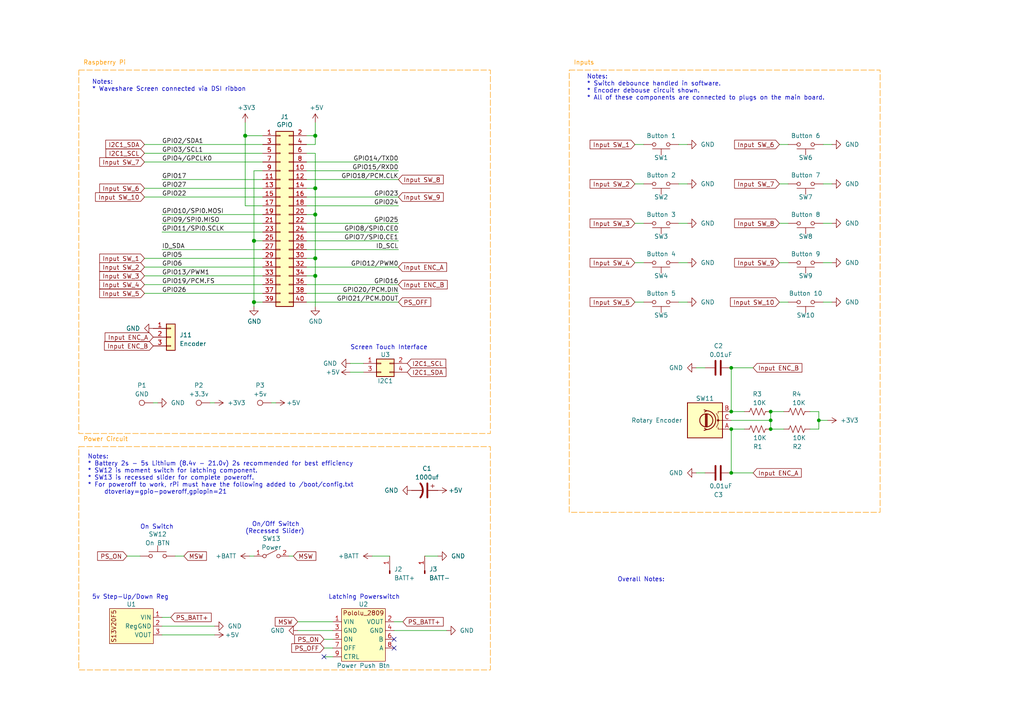
<source format=kicad_sch>
(kicad_sch (version 20230121) (generator eeschema)
  (paper "A4")
  (title_block (title "IMAC Judge Wiring Diagram") (date "2023-05-31"))
  (lib_symbols
    (symbol "Connector:Conn_01x01_Pin" (pin_names (offset 1.016) hide)
      (property "Reference" "J" (at 0 2.54 0))
      (property "Value" "Conn_01x01_Pin" (at 0 -2.54 0))
      (symbol "Conn_01x01_Pin_1_1"
        (polyline (pts (xy 1.27 0) (xy 0.8636 0)) (stroke (width 0.1524)))
        (rectangle (start 0.8636 0.127) (end 0 -0.127) (stroke (width 0.1524)) (fill (type outline)))
        (pin passive line (at 5.08 0 180) (length 3.81) (name "Pin_1") (number "1"))
      )
    )
    (symbol "Connector:TestPoint" (pin_numbers hide) (pin_names (offset 0.762) hide)
      (property "Reference" "TP" (at 0 6.858 0))
      (property "Value" "TestPoint" (at 0 5.08 0))
      (symbol "TestPoint_0_1"
        (circle (center 0 3.302) (radius 0.762))
      )
      (symbol "TestPoint_1_1"
        (pin passive line (at 0 0 90) (length 2.54) (name "1") (number "1"))
      )
    )
    (symbol "Connector_Generic:Conn_01x03" (pin_names (offset 1.016) hide)
      (property "Reference" "J" (at 0 5.08 0))
      (property "Value" "Conn_01x03" (at 0 -5.08 0))
      (symbol "Conn_01x03_1_1"
        (rectangle (start -1.27 -2.413) (end 0 -2.667) (stroke (width 0.1524)))
        (rectangle (start -1.27 0.127) (end 0 -0.127) (stroke (width 0.1524)))
        (rectangle (start -1.27 2.667) (end 0 2.413) (stroke (width 0.1524)))
        (rectangle (start -1.27 3.81) (end 1.27 -3.81) (stroke (width 0.254)) (fill (type background)))
        (pin passive line (at -5.08 2.54 0) (length 3.81) (name "Pin_1") (number "1"))
        (pin passive line (at -5.08 0 0) (length 3.81) (name "Pin_2") (number "2"))
        (pin passive line (at -5.08 -2.54 0) (length 3.81) (name "Pin_3") (number "3"))
      )
    )
    (symbol "Connector_Generic:Conn_02x02_Odd_Even" (pin_names (offset 1.016) hide)
      (property "Reference" "J" (at 1.27 2.54 0))
      (property "Value" "Conn_02x02_Odd_Even" (at 1.27 -5.08 0))
      (symbol "Conn_02x02_Odd_Even_1_1"
        (rectangle (start -1.27 -2.413) (end 0 -2.667) (stroke (width 0.1524)))
        (rectangle (start -1.27 0.127) (end 0 -0.127) (stroke (width 0.1524)))
        (rectangle (start -1.27 1.27) (end 3.81 -3.81) (stroke (width 0.254)) (fill (type background)))
        (rectangle (start 3.81 -2.413) (end 2.54 -2.667) (stroke (width 0.1524)))
        (rectangle (start 3.81 0.127) (end 2.54 -0.127) (stroke (width 0.1524)))
        (pin passive line (at -5.08 0 0) (length 3.81) (name "Pin_1") (number "1"))
        (pin passive line (at 7.62 0 180) (length 3.81) (name "Pin_2") (number "2"))
        (pin passive line (at -5.08 -2.54 0) (length 3.81) (name "Pin_3") (number "3"))
        (pin passive line (at 7.62 -2.54 180) (length 3.81) (name "Pin_4") (number "4"))
      )
    )
    (symbol "Connector_Generic:Conn_02x20_Odd_Even" (pin_names (offset 1.016) hide)
      (property "Reference" "J" (at 1.27 25.4 0))
      (property "Value" "Conn_02x20_Odd_Even" (at 1.27 -27.94 0))
      (symbol "Conn_02x20_Odd_Even_1_1"
        (rectangle (start -1.27 -25.273) (end 0 -25.527) (stroke (width 0.1524)))
        (rectangle (start -1.27 -22.733) (end 0 -22.987) (stroke (width 0.1524)))
        (rectangle (start -1.27 -20.193) (end 0 -20.447) (stroke (width 0.1524)))
        (rectangle (start -1.27 -17.653) (end 0 -17.907) (stroke (width 0.1524)))
        (rectangle (start -1.27 -15.113) (end 0 -15.367) (stroke (width 0.1524)))
        (rectangle (start -1.27 -12.573) (end 0 -12.827) (stroke (width 0.1524)))
        (rectangle (start -1.27 -10.033) (end 0 -10.287) (stroke (width 0.1524)))
        (rectangle (start -1.27 -7.493) (end 0 -7.747) (stroke (width 0.1524)))
        (rectangle (start -1.27 -4.953) (end 0 -5.207) (stroke (width 0.1524)))
        (rectangle (start -1.27 -2.413) (end 0 -2.667) (stroke (width 0.1524)))
        (rectangle (start -1.27 0.127) (end 0 -0.127) (stroke (width 0.1524)))
        (rectangle (start -1.27 2.667) (end 0 2.413) (stroke (width 0.1524)))
        (rectangle (start -1.27 5.207) (end 0 4.953) (stroke (width 0.1524)))
        (rectangle (start -1.27 7.747) (end 0 7.493) (stroke (width 0.1524)))
        (rectangle (start -1.27 10.287) (end 0 10.033) (stroke (width 0.1524)))
        (rectangle (start -1.27 12.827) (end 0 12.573) (stroke (width 0.1524)))
        (rectangle (start -1.27 15.367) (end 0 15.113) (stroke (width 0.1524)))
        (rectangle (start -1.27 17.907) (end 0 17.653) (stroke (width 0.1524)))
        (rectangle (start -1.27 20.447) (end 0 20.193) (stroke (width 0.1524)))
        (rectangle (start -1.27 22.987) (end 0 22.733) (stroke (width 0.1524)))
        (rectangle (start -1.27 24.13) (end 3.81 -26.67) (stroke (width 0.254)) (fill (type background)))
        (rectangle (start 3.81 -25.273) (end 2.54 -25.527) (stroke (width 0.1524)))
        (rectangle (start 3.81 -22.733) (end 2.54 -22.987) (stroke (width 0.1524)))
        (rectangle (start 3.81 -20.193) (end 2.54 -20.447) (stroke (width 0.1524)))
        (rectangle (start 3.81 -17.653) (end 2.54 -17.907) (stroke (width 0.1524)))
        (rectangle (start 3.81 -15.113) (end 2.54 -15.367) (stroke (width 0.1524)))
        (rectangle (start 3.81 -12.573) (end 2.54 -12.827) (stroke (width 0.1524)))
        (rectangle (start 3.81 -10.033) (end 2.54 -10.287) (stroke (width 0.1524)))
        (rectangle (start 3.81 -7.493) (end 2.54 -7.747) (stroke (width 0.1524)))
        (rectangle (start 3.81 -4.953) (end 2.54 -5.207) (stroke (width 0.1524)))
        (rectangle (start 3.81 -2.413) (end 2.54 -2.667) (stroke (width 0.1524)))
        (rectangle (start 3.81 0.127) (end 2.54 -0.127) (stroke (width 0.1524)))
        (rectangle (start 3.81 2.667) (end 2.54 2.413) (stroke (width 0.1524)))
        (rectangle (start 3.81 5.207) (end 2.54 4.953) (stroke (width 0.1524)))
        (rectangle (start 3.81 7.747) (end 2.54 7.493) (stroke (width 0.1524)))
        (rectangle (start 3.81 10.287) (end 2.54 10.033) (stroke (width 0.1524)))
        (rectangle (start 3.81 12.827) (end 2.54 12.573) (stroke (width 0.1524)))
        (rectangle (start 3.81 15.367) (end 2.54 15.113) (stroke (width 0.1524)))
        (rectangle (start 3.81 17.907) (end 2.54 17.653) (stroke (width 0.1524)))
        (rectangle (start 3.81 20.447) (end 2.54 20.193) (stroke (width 0.1524)))
        (rectangle (start 3.81 22.987) (end 2.54 22.733) (stroke (width 0.1524)))
        (pin passive line (at -5.08 22.86 0) (length 3.81) (name "Pin_1") (number "1"))
        (pin passive line (at 7.62 12.7 180) (length 3.81) (name "Pin_10") (number "10"))
        (pin passive line (at -5.08 10.16 0) (length 3.81) (name "Pin_11") (number "11"))
        (pin passive line (at 7.62 10.16 180) (length 3.81) (name "Pin_12") (number "12"))
        (pin passive line (at -5.08 7.62 0) (length 3.81) (name "Pin_13") (number "13"))
        (pin passive line (at 7.62 7.62 180) (length 3.81) (name "Pin_14") (number "14"))
        (pin passive line (at -5.08 5.08 0) (length 3.81) (name "Pin_15") (number "15"))
        (pin passive line (at 7.62 5.08 180) (length 3.81) (name "Pin_16") (number "16"))
        (pin passive line (at -5.08 2.54 0) (length 3.81) (name "Pin_17") (number "17"))
        (pin passive line (at 7.62 2.54 180) (length 3.81) (name "Pin_18") (number "18"))
        (pin passive line (at -5.08 0 0) (length 3.81) (name "Pin_19") (number "19"))
        (pin passive line (at 7.62 22.86 180) (length 3.81) (name "Pin_2") (number "2"))
        (pin passive line (at 7.62 0 180) (length 3.81) (name "Pin_20") (number "20"))
        (pin passive line (at -5.08 -2.54 0) (length 3.81) (name "Pin_21") (number "21"))
        (pin passive line (at 7.62 -2.54 180) (length 3.81) (name "Pin_22") (number "22"))
        (pin passive line (at -5.08 -5.08 0) (length 3.81) (name "Pin_23") (number "23"))
        (pin passive line (at 7.62 -5.08 180) (length 3.81) (name "Pin_24") (number "24"))
        (pin passive line (at -5.08 -7.62 0) (length 3.81) (name "Pin_25") (number "25"))
        (pin passive line (at 7.62 -7.62 180) (length 3.81) (name "Pin_26") (number "26"))
        (pin passive line (at -5.08 -10.16 0) (length 3.81) (name "Pin_27") (number "27"))
        (pin passive line (at 7.62 -10.16 180) (length 3.81) (name "Pin_28") (number "28"))
        (pin passive line (at -5.08 -12.7 0) (length 3.81) (name "Pin_29") (number "29"))
        (pin passive line (at -5.08 20.32 0) (length 3.81) (name "Pin_3") (number "3"))
        (pin passive line (at 7.62 -12.7 180) (length 3.81) (name "Pin_30") (number "30"))
        (pin passive line (at -5.08 -15.24 0) (length 3.81) (name "Pin_31") (number "31"))
        (pin passive line (at 7.62 -15.24 180) (length 3.81) (name "Pin_32") (number "32"))
        (pin passive line (at -5.08 -17.78 0) (length 3.81) (name "Pin_33") (number "33"))
        (pin passive line (at 7.62 -17.78 180) (length 3.81) (name "Pin_34") (number "34"))
        (pin passive line (at -5.08 -20.32 0) (length 3.81) (name "Pin_35") (number "35"))
        (pin passive line (at 7.62 -20.32 180) (length 3.81) (name "Pin_36") (number "36"))
        (pin passive line (at -5.08 -22.86 0) (length 3.81) (name "Pin_37") (number "37"))
        (pin passive line (at 7.62 -22.86 180) (length 3.81) (name "Pin_38") (number "38"))
        (pin passive line (at -5.08 -25.4 0) (length 3.81) (name "Pin_39") (number "39"))
        (pin passive line (at 7.62 20.32 180) (length 3.81) (name "Pin_4") (number "4"))
        (pin passive line (at 7.62 -25.4 180) (length 3.81) (name "Pin_40") (number "40"))
        (pin passive line (at -5.08 17.78 0) (length 3.81) (name "Pin_5") (number "5"))
        (pin passive line (at 7.62 17.78 180) (length 3.81) (name "Pin_6") (number "6"))
        (pin passive line (at -5.08 15.24 0) (length 3.81) (name "Pin_7") (number "7"))
        (pin passive line (at 7.62 15.24 180) (length 3.81) (name "Pin_8") (number "8"))
        (pin passive line (at -5.08 12.7 0) (length 3.81) (name "Pin_9") (number "9"))
      )
    )
    (symbol "Device:C" (pin_numbers hide) (pin_names (offset 0.254))
      (property "Reference" "C" (at 0.635 2.54 0))
      (property "Value" "C" (at 0.635 -2.54 0))
      (symbol "C_0_1"
        (polyline (pts (xy -2.032 -0.762) (xy 2.032 -0.762)) (stroke (width 0.508)))
        (polyline (pts (xy -2.032 0.762) (xy 2.032 0.762)) (stroke (width 0.508)))
      )
      (symbol "C_1_1"
        (pin passive line (at 0 3.81 270) (length 2.794) (name "~") (number "1"))
        (pin passive line (at 0 -3.81 90) (length 2.794) (name "~") (number "2"))
      )
    )
    (symbol "Device:C_Polarized_US" (pin_numbers hide) (pin_names (offset 0.254) hide)
      (property "Reference" "C" (at 0.635 2.54 0))
      (property "Value" "C_Polarized_US" (at 0.635 -2.54 0))
      (symbol "C_Polarized_US_0_1"
        (polyline (pts (xy -2.032 0.762) (xy 2.032 0.762)) (stroke (width 0.508)))
        (polyline (pts (xy -1.778 2.286) (xy -0.762 2.286)))
        (polyline (pts (xy -1.27 1.778) (xy -1.27 2.794)))
        (arc (start 2.032 -1.27) (mid 0 -0.5572) (end -2.032 -1.27) (stroke (width 0.508)))
      )
      (symbol "C_Polarized_US_1_1"
        (pin passive line (at 0 3.81 270) (length 2.794) (name "~") (number "1"))
        (pin passive line (at 0 -3.81 90) (length 3.302) (name "~") (number "2"))
      )
    )
    (symbol "Device:R_US" (pin_numbers hide) (pin_names (offset 0))
      (property "Reference" "R" (at 2.54 0 90))
      (property "Value" "R_US" (at -2.54 0 90))
      (symbol "R_US_0_1"
        (polyline (pts (xy 0 -2.286) (xy 0 -2.54)))
        (polyline (pts (xy 0 2.286) (xy 0 2.54)))
        (polyline (pts (xy 0 -0.762) (xy 1.016 -1.143) (xy 0 -1.524) (xy -1.016 -1.905) (xy 0 -2.286)))
        (polyline (pts (xy 0 0.762) (xy 1.016 0.381) (xy 0 0) (xy -1.016 -0.381) (xy 0 -0.762)))
        (polyline (pts (xy 0 2.286) (xy 1.016 1.905) (xy 0 1.524) (xy -1.016 1.143) (xy 0 0.762)))
      )
      (symbol "R_US_1_1"
        (pin passive line (at 0 3.81 270) (length 1.27) (name "~") (number "1"))
        (pin passive line (at 0 -3.81 90) (length 1.27) (name "~") (number "2"))
      )
    )
    (symbol "Device:RotaryEncoder" (pin_names (offset 0.254) hide)
      (property "Reference" "SW" (at 0 6.604 0))
      (property "Value" "RotaryEncoder" (at 0 -6.604 0))
      (symbol "RotaryEncoder_0_1"
        (rectangle (start -5.08 5.08) (end 5.08 -5.08) (stroke (width 0.254)) (fill (type background)))
        (circle (center -3.81 0) (radius 0.254) (fill (type outline)))
        (circle (center -0.381 0) (radius 1.905) (stroke (width 0.254)))
        (arc (start -0.381 2.667) (mid -3.0988 -0.0635) (end -0.381 -2.794) (stroke (width 0.254)))
        (polyline (pts (xy -0.635 -1.778) (xy -0.635 1.778)) (stroke (width 0.254)))
        (polyline (pts (xy -0.381 -1.778) (xy -0.381 1.778)) (stroke (width 0.254)))
        (polyline (pts (xy -0.127 1.778) (xy -0.127 -1.778)) (stroke (width 0.254)))
        (polyline (pts (xy -5.08 -2.54) (xy -3.81 -2.54) (xy -3.81 -2.032)))
        (polyline (pts (xy -5.08 2.54) (xy -3.81 2.54) (xy -3.81 2.032)))
        (polyline (pts (xy 0.254 -3.048) (xy -0.508 -2.794) (xy 0.127 -2.413)) (stroke (width 0.254)))
        (polyline (pts (xy 0.254 2.921) (xy -0.508 2.667) (xy 0.127 2.286)) (stroke (width 0.254)))
        (polyline (pts (xy -5.08 0) (xy -3.81 0) (xy -3.81 -1.016) (xy -3.302 -2.032)))
        (polyline (pts (xy -4.318 0) (xy -3.81 0) (xy -3.81 1.016) (xy -3.302 2.032)))
      )
      (symbol "RotaryEncoder_1_1"
        (pin passive line (at -7.62 2.54 0) (length 2.54) (name "A") (number "A"))
        (pin passive line (at -7.62 -2.54 0) (length 2.54) (name "B") (number "B"))
        (pin passive line (at -7.62 0 0) (length 2.54) (name "C") (number "C"))
      )
    )
    (symbol "GND_1" (power) (pin_names (offset 0))
      (property "Value" "GND_1" (at 0 -3.81 0))
      (symbol "GND_1_0_1"
        (polyline (pts (xy 0 0) (xy 0 -1.27) (xy 1.27 -1.27) (xy 0 -2.54) (xy -1.27 -1.27) (xy 0 -1.27)))
      )
      (symbol "GND_1_1_1"
        (pin power_in line (at 0 0 270) (length 0) hide (name "GND") (number "1"))
      )
    )
    (symbol "Switch:SW_Push" (pin_numbers hide) (pin_names (offset 1.016) hide)
      (property "Reference" "SW" (at 1.27 2.54 0))
      (property "Value" "SW_Push" (at 0 -1.524 0))
      (symbol "SW_Push_0_1"
        (circle (center -2.032 0) (radius 0.508))
        (polyline (pts (xy 0 1.27) (xy 0 3.048)))
        (polyline (pts (xy 2.54 1.27) (xy -2.54 1.27)))
        (circle (center 2.032 0) (radius 0.508))
        (pin passive line (at -5.08 0 0) (length 2.54) (name "1") (number "1"))
        (pin passive line (at 5.08 0 180) (length 2.54) (name "2") (number "2"))
      )
    )
    (symbol "Switch:SW_SPST" (pin_names (offset 0) hide)
      (property "Reference" "SW" (at 0 3.175 0))
      (property "Value" "SW_SPST" (at 0 -2.54 0))
      (symbol "SW_SPST_0_0"
        (circle (center -2.032 0) (radius 0.508))
        (polyline (pts (xy -1.524 0.254) (xy 1.524 1.778)))
        (circle (center 2.032 0) (radius 0.508))
      )
      (symbol "SW_SPST_1_1"
        (pin passive line (at -5.08 0 0) (length 2.54) (name "A") (number "1"))
        (pin passive line (at 5.08 0 180) (length 2.54) (name "B") (number "2"))
      )
    )
    (symbol "pololu:Pololu_2809"
      (property "Reference" "U" (at 0 7.62 0))
      (symbol "Pololu_2809_1_1"
        (rectangle (start -6.35 6.35) (end 6.35 -8.89) (fill (type background)))
        (text "Pololu_2809" (at 0 5.08 0) (effects (font (size 1.27 1.27))))
        (pin input line (at -8.89 2.54 0) (length 2.54) (name "VIN") (number "1"))
        (pin output line (at 8.89 2.54 180) (length 2.54) (name "VOUT") (number "2"))
        (pin unspecified line (at -8.89 0 0) (length 2.54) (name "GND") (number "3"))
        (pin unspecified line (at 8.89 0 180) (length 2.54) (name "GND") (number "4"))
        (pin input line (at -8.89 -2.54 0) (length 2.54) (name "ON") (number "5"))
        (pin unspecified line (at 8.89 -2.54 180) (length 2.54) (name "B") (number "6"))
        (pin input line (at -8.89 -5.08 0) (length 2.54) (name "OFF") (number "7"))
        (pin unspecified line (at 8.89 -5.08 180) (length 2.54) (name "A") (number "8"))
        (pin input line (at -8.89 -7.62 0) (length 2.54) (name "CTRL") (number "9"))
      )
    )
    (symbol "pololu:Pololu_S13V20F5"
      (property "Reference" "U" (at 0 7.62 0))
      (symbol "Pololu_S13V20F5_1_1"
        (rectangle (start -6.35 5.08) (end 6.35 -5.08) (fill (type background)))
        (text "S13V20F5" (at -5.08 0 900) (effects (font (size 1.27 1.27))))
        (pin input line (at 8.89 2.54 180) (length 2.54) (name "VIN") (number "1"))
        (pin unspecified line (at 8.89 0 180) (length 2.54) (name "GND") (number "2"))
        (pin output line (at 8.89 -2.54 180) (length 2.54) (name "VOUT") (number "3"))
      )
    )
    (symbol "power:+3.3V" (power) (pin_names (offset 0))
      (property "Value" "+3.3V" (at 0 3.556 0))
      (symbol "+3.3V_0_1"
        (polyline (pts (xy -0.762 1.27) (xy 0 2.54)))
        (polyline (pts (xy 0 0) (xy 0 2.54)))
        (polyline (pts (xy 0 2.54) (xy 0.762 1.27)))
      )
      (symbol "+3.3V_1_1"
        (pin power_in line (at 0 0 90) (length 0) hide (name "+3V3") (number "1"))
      )
    )
    (symbol "power:+5V" (power) (pin_names (offset 0))
      (property "Value" "+5V" (at 0 3.556 0))
      (symbol "+5V_0_1"
        (polyline (pts (xy -0.762 1.27) (xy 0 2.54)))
        (polyline (pts (xy 0 0) (xy 0 2.54)))
        (polyline (pts (xy 0 2.54) (xy 0.762 1.27)))
      )
      (symbol "+5V_1_1"
        (pin power_in line (at 0 0 90) (length 0) hide (name "+5V") (number "1"))
      )
    )
    (symbol "power:+BATT" (power) (pin_names (offset 0))
      (property "Value" "+BATT" (at 0 3.556 0))
      (symbol "+BATT_0_1"
        (polyline (pts (xy -0.762 1.27) (xy 0 2.54)))
        (polyline (pts (xy 0 0) (xy 0 2.54)))
        (polyline (pts (xy 0 2.54) (xy 0.762 1.27)))
      )
      (symbol "+BATT_1_1"
        (pin power_in line (at 0 0 90) (length 0) hide (name "+BATT") (number "1"))
      )
    )
    (symbol "power:GND" (power) (pin_names (offset 0))
      (property "Value" "GND" (at 0 -3.81 0))
      (symbol "GND_0_1"
        (polyline (pts (xy 0 0) (xy 0 -1.27) (xy 1.27 -1.27) (xy 0 -2.54) (xy -1.27 -1.27) (xy 0 -1.27)))
      )
      (symbol "GND_1_1"
        (pin power_in line (at 0 0 270) (length 0) hide (name "GND") (number "1"))
      )
    )
  )
  (junction (at 212.09 106.68))
  (junction (at 91.44 39.37) (diameter 1.016))
  (junction (at 91.44 54.61) (diameter 1.016))
  (junction (at 212.09 124.46))
  (junction (at 223.52 119.38))
  (junction (at 73.66 87.63) (diameter 1.016))
  (junction (at 237.49 121.92))
  (junction (at 73.66 69.85) (diameter 1.016))
  (junction (at 91.44 80.01) (diameter 1.016))
  (junction (at 223.52 124.46))
  (junction (at 91.44 74.93) (diameter 1.016))
  (junction (at 91.44 62.23) (diameter 1.016))
  (junction (at 223.52 121.92))
  (junction (at 212.09 137.16))
  (junction (at 212.09 119.38))
  (junction (at 71.12 39.37) (diameter 1.016))
  (no_connect (at 93.98 190.5))
  (no_connect (at 114.3 187.96))
  (no_connect (at 114.3 185.42))
  (wire (pts (xy 73.66 69.85) (xy 73.66 87.63)))
  (wire (pts (xy 88.9 69.85) (xy 115.57 69.85)))
  (wire (pts (xy 226.06 87.63) (xy 228.6 87.63)))
  (wire (pts (xy 184.15 41.91) (xy 186.69 41.91)))
  (wire (pts (xy 234.95 119.38) (xy 237.49 119.38)))
  (wire (pts (xy 91.44 44.45) (xy 91.44 54.61)))
  (wire (pts (xy 46.99 52.07) (xy 76.2 52.07)))
  (wire (pts (xy 129.54 182.88) (xy 114.3 182.88)))
  (wire (pts (xy 91.44 62.23) (xy 88.9 62.23)))
  (wire (pts (xy 212.09 124.46) (xy 212.09 137.16)))
  (wire (pts (xy 91.44 74.93) (xy 91.44 80.01)))
  (wire (pts (xy 199.39 41.91) (xy 196.85 41.91)))
  (wire (pts (xy 227.33 119.38) (xy 223.52 119.38)))
  (wire (pts (xy 91.44 62.23) (xy 91.44 74.93)))
  (wire (pts (xy 88.9 46.99) (xy 115.57 46.99)))
  (wire (pts (xy 199.39 76.2) (xy 196.85 76.2)))
  (wire (pts (xy 41.91 54.61) (xy 76.2 54.61)))
  (wire (pts (xy 73.66 49.53) (xy 73.66 69.85)))
  (wire (pts (xy 226.06 76.2) (xy 228.6 76.2)))
  (wire (pts (xy 86.36 182.88) (xy 96.52 182.88)))
  (wire (pts (xy 73.66 49.53) (xy 76.2 49.53)))
  (wire (pts (xy 80.01 116.84) (xy 78.74 116.84)))
  (wire (pts (xy 36.83 161.29) (xy 40.64 161.29)))
  (wire (pts (xy 88.9 67.31) (xy 115.57 67.31)))
  (wire (pts (xy 76.2 72.39) (xy 46.99 72.39)))
  (wire (pts (xy 41.91 74.93) (xy 76.2 74.93)))
  (wire (pts (xy 212.09 106.68) (xy 212.09 119.38)))
  (wire (pts (xy 241.3 53.34) (xy 238.76 53.34)))
  (wire (pts (xy 204.47 137.16) (xy 201.93 137.16)))
  (wire (pts (xy 73.66 69.85) (xy 76.2 69.85)))
  (wire (pts (xy 88.9 57.15) (xy 115.57 57.15)))
  (wire (pts (xy 49.53 179.07) (xy 46.99 179.07)))
  (wire (pts (xy 101.6 105.41) (xy 105.41 105.41)))
  (wire (pts (xy 116.84 180.34) (xy 114.3 180.34)))
  (wire (pts (xy 88.9 87.63) (xy 115.57 87.63)))
  (wire (pts (xy 73.66 87.63) (xy 73.66 88.9)))
  (wire (pts (xy 71.12 35.56) (xy 71.12 39.37)))
  (wire (pts (xy 93.98 190.5) (xy 96.52 190.5)))
  (wire (pts (xy 93.98 185.42) (xy 96.52 185.42)))
  (wire (pts (xy 226.06 41.91) (xy 228.6 41.91)))
  (wire (pts (xy 91.44 80.01) (xy 88.9 80.01)))
  (wire (pts (xy 184.15 76.2) (xy 186.69 76.2)))
  (wire (pts (xy 241.3 41.91) (xy 238.76 41.91)))
  (wire (pts (xy 41.91 44.45) (xy 76.2 44.45)))
  (wire (pts (xy 46.99 67.31) (xy 76.2 67.31)))
  (wire (pts (xy 199.39 53.34) (xy 196.85 53.34)))
  (wire (pts (xy 71.12 59.69) (xy 76.2 59.69)))
  (wire (pts (xy 76.2 41.91) (xy 41.91 41.91)))
  (wire (pts (xy 199.39 64.77) (xy 196.85 64.77)))
  (wire (pts (xy 237.49 119.38) (xy 237.49 121.92)))
  (wire (pts (xy 91.44 39.37) (xy 91.44 41.91)))
  (wire (pts (xy 91.44 54.61) (xy 91.44 62.23)))
  (wire (pts (xy 88.9 52.07) (xy 115.57 52.07)))
  (wire (pts (xy 91.44 54.61) (xy 88.9 54.61)))
  (wire (pts (xy 184.15 53.34) (xy 186.69 53.34)))
  (wire (pts (xy 91.44 35.56) (xy 91.44 39.37)))
  (wire (pts (xy 62.23 184.15) (xy 46.99 184.15)))
  (wire (pts (xy 184.15 87.63) (xy 186.69 87.63)))
  (wire (pts (xy 41.91 46.99) (xy 76.2 46.99)))
  (wire (pts (xy 223.52 121.92) (xy 223.52 124.46)))
  (wire (pts (xy 91.44 39.37) (xy 88.9 39.37)))
  (wire (pts (xy 71.12 39.37) (xy 71.12 59.69)))
  (wire (pts (xy 215.9 124.46) (xy 212.09 124.46)))
  (wire (pts (xy 88.9 59.69) (xy 115.57 59.69)))
  (wire (pts (xy 241.3 76.2) (xy 238.76 76.2)))
  (wire (pts (xy 60.96 116.84) (xy 62.23 116.84)))
  (wire (pts (xy 88.9 49.53) (xy 115.57 49.53)))
  (wire (pts (xy 212.09 106.68) (xy 218.44 106.68)))
  (wire (pts (xy 41.91 57.15) (xy 76.2 57.15)))
  (wire (pts (xy 46.99 64.77) (xy 76.2 64.77)))
  (wire (pts (xy 85.09 161.29) (xy 83.82 161.29)))
  (wire (pts (xy 41.91 77.47) (xy 76.2 77.47)))
  (wire (pts (xy 234.95 124.46) (xy 237.49 124.46)))
  (wire (pts (xy 91.44 41.91) (xy 88.9 41.91)))
  (wire (pts (xy 41.91 82.55) (xy 76.2 82.55)))
  (wire (pts (xy 86.36 180.34) (xy 96.52 180.34)))
  (wire (pts (xy 88.9 82.55) (xy 115.57 82.55)))
  (wire (pts (xy 72.39 161.29) (xy 73.66 161.29)))
  (wire (pts (xy 88.9 77.47) (xy 115.57 77.47)))
  (wire (pts (xy 73.66 87.63) (xy 76.2 87.63)))
  (wire (pts (xy 184.15 64.77) (xy 186.69 64.77)))
  (wire (pts (xy 93.98 187.96) (xy 96.52 187.96)))
  (wire (pts (xy 88.9 85.09) (xy 115.57 85.09)))
  (wire (pts (xy 226.06 53.34) (xy 228.6 53.34)))
  (wire (pts (xy 91.44 44.45) (xy 88.9 44.45)))
  (wire (pts (xy 240.03 121.92) (xy 237.49 121.92)))
  (wire (pts (xy 41.91 85.09) (xy 76.2 85.09)))
  (wire (pts (xy 212.09 137.16) (xy 218.44 137.16)))
  (wire (pts (xy 226.06 64.77) (xy 228.6 64.77)))
  (wire (pts (xy 237.49 124.46) (xy 237.49 121.92)))
  (wire (pts (xy 101.6 107.95) (xy 105.41 107.95)))
  (wire (pts (xy 215.9 119.38) (xy 212.09 119.38)))
  (wire (pts (xy 227.33 124.46) (xy 223.52 124.46)))
  (wire (pts (xy 241.3 87.63) (xy 238.76 87.63)))
  (wire (pts (xy 91.44 80.01) (xy 91.44 88.9)))
  (wire (pts (xy 88.9 64.77) (xy 115.57 64.77)))
  (wire (pts (xy 41.91 80.01) (xy 76.2 80.01)))
  (wire (pts (xy 107.95 161.29) (xy 113.03 161.29)))
  (wire (pts (xy 44.45 116.84) (xy 45.72 116.84)))
  (wire (pts (xy 53.34 161.29) (xy 50.8 161.29)))
  (wire (pts (xy 223.52 121.92) (xy 223.52 119.38)))
  (wire (pts (xy 91.44 74.93) (xy 88.9 74.93)))
  (wire (pts (xy 204.47 106.68) (xy 201.93 106.68)))
  (wire (pts (xy 212.09 121.92) (xy 223.52 121.92)))
  (wire (pts (xy 71.12 39.37) (xy 76.2 39.37)))
  (wire (pts (xy 62.23 181.61) (xy 46.99 181.61)))
  (wire (pts (xy 199.39 87.63) (xy 196.85 87.63)))
  (wire (pts (xy 76.2 62.23) (xy 46.99 62.23)))
  (wire (pts (xy 88.9 72.39) (xy 115.57 72.39)))
  (wire (pts (xy 127 161.29) (xy 123.19 161.29)))
  (wire (pts (xy 241.3 64.77) (xy 238.76 64.77)))
  (rectangle (start 165.1 20.32) (end 255.27 148.59) (stroke (width 0) (type dash) (color 255 153 0 1)))
  (rectangle (start 22.86 129.54) (end 142.24 194.31) (stroke (width 0) (type dash) (color 255 153 0 1)))
  (rectangle (start 22.86 20.32) (end 142.24 125.73) (stroke (width 0) (type dash) (color 255 153 0 1)))
  (text "Raspberry Pi" (at 24.13 19.05 0) (effects (font (size 1.27 1.27)) (justify left bottom)))
  (text "Latching Powerswitch" (at 95.25 173.99 0) (effects (font (size 1.27 1.27)) (justify left bottom)))
  (text "Overall Notes:" (at 179.07 168.91 0) (effects (font (size 1.27 1.27)) (justify left bottom)))
  (text "On Switch" (at 40.64 153.67 0) (effects (font (size 1.27 1.27)) (justify left bottom)))
  (text "5v Step-Up/Down Reg" (at 26.67 173.99 0) (effects (font (size 1.27 1.27)) (justify left bottom)))
  (text "Inputs" (at 166.37 19.05 0) (effects (font (size 1.27 1.27)) (justify left bottom)))
  (text "Power Circuit" (at 24.13 128.27 0) (effects (font (size 1.27 1.27)) (justify left bottom)))
  (text "  On/Off Switch\n(Recessed Slider)" (at 71.12 154.94 0) (effects (font (size 1.27 1.27)) (justify left bottom)))
  (text "Screen Touch Interface" (at 101.6 101.6 0) (effects (font (size 1.27 1.27)) (justify left bottom)))
  (text "Notes:\n* Switch debounce handled in software.\n* Encoder debouse circuit shown.\n* All of these components are connected to plugs on the main board." (at 170.18 29.21 0) (effects (font (size 1.27 1.27)) (justify left bottom)))
  (text "Notes:\n* Waveshare Screen connected via DSI ribbon" (at 26.67 26.67 0) (effects (font (size 1.27 1.27)) (justify left bottom)))
  (text "Notes:\n* Battery 2s - 5s Lithium (8.4v - 21.0v) 2s recommended for best efficiency\n* SW12 is moment switch for latching component.\n* SW13 is recessed slider for complete poweroff.\n* For poweroff to work, rPi must have the following added to /boot/config.txt\n	dtoverlay=gpio-poweroff,gpiopin=21" (at 25.4 143.51 0) (effects (font (size 1.27 1.27)) (justify left bottom)))
  (label "ID_SDA" (at 46.99 72.39 0))
  (label "GPIO6" (at 46.99 77.47 0))
  (label "ID_SCL" (at 115.57 72.39 180))
  (label "GPIO5" (at 46.99 74.93 0))
  (label "GPIO21{slash}PCM.DOUT" (at 115.57 87.63 180))
  (label "GPIO19{slash}PCM.FS" (at 46.99 82.55 0))
  (label "GPIO10{slash}SPI0.MOSI" (at 46.99 62.23 0))
  (label "GPIO9{slash}SPI0.MISO" (at 46.99 64.77 0))
  (label "GPIO23" (at 115.57 57.15 180))
  (label "GPIO4{slash}GPCLK0" (at 46.99 46.99 0))
  (label "GPIO27" (at 46.99 54.61 0))
  (label "GPIO26" (at 46.99 85.09 0))
  (label "GPIO14{slash}TXD0" (at 115.57 46.99 180))
  (label "GPIO8{slash}SPI0.CE0" (at 115.57 67.31 180))
  (label "GPIO15{slash}RXD0" (at 115.57 49.53 180))
  (label "GPIO16" (at 115.57 82.55 180))
  (label "GPIO22" (at 46.99 57.15 0))
  (label "GPIO2{slash}SDA1" (at 46.99 41.91 0))
  (label "GPIO17" (at 46.99 52.07 0))
  (label "GPIO25" (at 115.57 64.77 180))
  (label "GPIO3{slash}SCL1" (at 46.99 44.45 0))
  (label "GPIO18{slash}PCM.CLK" (at 115.57 52.07 180))
  (label "GPIO12{slash}PWM0" (at 115.57 77.47 180))
  (label "GPIO13{slash}PWM1" (at 46.99 80.01 0))
  (label "GPIO20{slash}PCM.DIN" (at 115.57 85.09 180))
  (label "GPIO24" (at 115.57 59.69 180))
  (label "GPIO7{slash}SPI0.CE1" (at 115.57 69.85 180))
  (label "GPIO11{slash}SPI0.SCLK" (at 46.99 67.31 0))
  (global_label "Input SW_5" (shape input) (at 184.15 87.63 180) (property "Intersheetrefs" "${INTERSHEET_REFS}" (effects hide)))
  (global_label "Input ENC_B" (shape input) (at 44.45 100.33 180) (property "Intersheetrefs" "${INTERSHEET_REFS}" (effects hide)))
  (global_label "Input SW_8" (shape input) (at 115.57 52.07 0) (property "Intersheetrefs" "${INTERSHEET_REFS}" (effects hide)))
  (global_label "Input SW_6" (shape input) (at 41.91 54.61 180) (property "Intersheetrefs" "${INTERSHEET_REFS}" (effects hide)))
  (global_label "Input SW_7" (shape input) (at 226.06 53.34 180) (property "Intersheetrefs" "${INTERSHEET_REFS}" (effects hide)))
  (global_label "Input SW_5" (shape input) (at 41.91 85.09 180) (property "Intersheetrefs" "${INTERSHEET_REFS}" (effects hide)))
  (global_label "Input SW_1" (shape input) (at 184.15 41.91 180) (property "Intersheetrefs" "${INTERSHEET_REFS}" (effects hide)))
  (global_label "Input SW_9" (shape input) (at 115.57 57.15 0) (property "Intersheetrefs" "${INTERSHEET_REFS}" (effects hide)))
  (global_label "Input SW_3" (shape input) (at 184.15 64.77 180) (property "Intersheetrefs" "${INTERSHEET_REFS}" (effects hide)))
  (global_label "Input ENC_A" (shape input) (at 218.44 137.16 0) (property "Intersheetrefs" "${INTERSHEET_REFS}" (effects hide)))
  (global_label "Input ENC_A" (shape input) (at 115.57 77.47 0) (property "Intersheetrefs" "${INTERSHEET_REFS}" (effects hide)))
  (global_label "Input SW_8" (shape input) (at 226.06 64.77 180) (property "Intersheetrefs" "${INTERSHEET_REFS}" (effects hide)))
  (global_label "Input SW_2" (shape input) (at 41.91 77.47 180) (property "Intersheetrefs" "${INTERSHEET_REFS}" (effects hide)))
  (global_label "PS_BATT+" (shape input) (at 49.53 179.07 0) (property "Intersheetrefs" "${INTERSHEET_REFS}" (effects hide)))
  (global_label "PS_OFF" (shape input) (at 115.57 87.63 0) (property "Intersheetrefs" "${INTERSHEET_REFS}" (effects hide)))
  (global_label "Input SW_2" (shape input) (at 184.15 53.34 180) (property "Intersheetrefs" "${INTERSHEET_REFS}" (effects hide)))
  (global_label "I2C1_SDA" (shape input) (at 41.91 41.91 180) (property "Intersheetrefs" "${INTERSHEET_REFS}" (effects hide)))
  (global_label "Input SW_4" (shape input) (at 41.91 82.55 180) (property "Intersheetrefs" "${INTERSHEET_REFS}" (effects hide)))
  (global_label "MSW" (shape input) (at 85.09 161.29 0) (property "Intersheetrefs" "${INTERSHEET_REFS}" (effects hide)))
  (global_label "PS_OFF" (shape input) (at 93.98 187.96 180) (property "Intersheetrefs" "${INTERSHEET_REFS}" (effects hide)))
  (global_label "MSW" (shape input) (at 86.36 180.34 180) (property "Intersheetrefs" "${INTERSHEET_REFS}" (effects hide)))
  (global_label "PS_ON" (shape input) (at 93.98 185.42 180) (property "Intersheetrefs" "${INTERSHEET_REFS}" (effects hide)))
  (global_label "MSW" (shape input) (at 53.34 161.29 0) (property "Intersheetrefs" "${INTERSHEET_REFS}" (effects hide)))
  (global_label "Input SW_9" (shape input) (at 226.06 76.2 180) (property "Intersheetrefs" "${INTERSHEET_REFS}" (effects hide)))
  (global_label "Input SW_10" (shape input) (at 226.06 87.63 180) (property "Intersheetrefs" "${INTERSHEET_REFS}" (effects hide)))
  (global_label "Input ENC_B" (shape input) (at 218.44 106.68 0) (property "Intersheetrefs" "${INTERSHEET_REFS}" (effects hide)))
  (global_label "Input SW_1" (shape input) (at 41.91 74.93 180) (property "Intersheetrefs" "${INTERSHEET_REFS}" (effects hide)))
  (global_label "I2C1_SCL" (shape input) (at 118.11 105.41 0) (property "Intersheetrefs" "${INTERSHEET_REFS}" (effects hide)))
  (global_label "Input SW_4" (shape input) (at 184.15 76.2 180) (property "Intersheetrefs" "${INTERSHEET_REFS}" (effects hide)))
  (global_label "Input ENC_B" (shape input) (at 115.57 82.55 0) (property "Intersheetrefs" "${INTERSHEET_REFS}" (effects hide)))
  (global_label "Input ENC_A" (shape input) (at 44.45 97.79 180) (property "Intersheetrefs" "${INTERSHEET_REFS}" (effects hide)))
  (global_label "I2C1_SDA" (shape input) (at 118.11 107.95 0) (property "Intersheetrefs" "${INTERSHEET_REFS}" (effects hide)))
  (global_label "Input SW_3" (shape input) (at 41.91 80.01 180) (property "Intersheetrefs" "${INTERSHEET_REFS}" (effects hide)))
  (global_label "PS_ON" (shape input) (at 36.83 161.29 180) (property "Intersheetrefs" "${INTERSHEET_REFS}" (effects hide)))
  (global_label "Input SW_7" (shape input) (at 41.91 46.99 180) (property "Intersheetrefs" "${INTERSHEET_REFS}" (effects hide)))
  (global_label "I2C1_SCL" (shape input) (at 41.91 44.45 180) (property "Intersheetrefs" "${INTERSHEET_REFS}" (effects hide)))
  (global_label "Input SW_6" (shape input) (at 226.06 41.91 180) (property "Intersheetrefs" "${INTERSHEET_REFS}" (effects hide)))
  (global_label "Input SW_10" (shape input) (at 41.91 57.15 180) (property "Intersheetrefs" "${INTERSHEET_REFS}" (effects hide)))
  (global_label "PS_BATT+" (shape input) (at 116.84 180.34 0) (property "Intersheetrefs" "${INTERSHEET_REFS}" (effects hide)))
  (symbol (lib_id "power:+5V") (at 91.44 35.56 0) (unit 1)
    (property "Reference" "#PWR01" (effects hide))
    (property "Value" "+5V" (at 91.8083 31.2356 0))
  )
  (symbol (lib_id "power:+3.3V") (at 71.12 35.56 0) (unit 1)
    (property "Reference" "#PWR04" (effects hide))
    (property "Value" "+3.3V" (at 71.4883 31.2356 0))
  )
  (symbol (lib_id "power:GND") (at 91.44 88.9 0) (unit 1)
    (property "Reference" "#PWR02" (effects hide))
    (property "Value" "GND" (at 91.5543 93.2244 0))
  )
  (symbol (lib_id "power:GND") (at 73.66 88.9 0) (unit 1)
    (property "Reference" "#PWR03" (effects hide))
    (property "Value" "GND" (at 73.7743 93.2244 0))
  )
  (symbol (lib_id "Connector_Generic:Conn_02x20_Odd_Even") (at 81.28 62.23 0) (unit 1)
    (property "Reference" "J1" (at 82.55 33.8898 0))
    (property "Value" "GPIO" (at 82.55 36.195 0))
    (property "Footprint" "Connector_PinSocket_2.54mm:PinSocket_2x20_P2.54mm_Vertical" (effects hide))
  )
  (symbol (lib_name "GND_1") (lib_id "power:GND") (at 86.36 182.88 270) (unit 1)
    (property "Reference" "#PWR08" (effects hide))
    (property "Value" "GND" (at 82.55 182.88 90) (effects (justify right)))
  )
  (symbol (lib_name "GND_1") (lib_id "power:GND") (at 101.6 105.41 270) (unit 1)
    (property "Reference" "#PWR013" (effects hide))
    (property "Value" "GND" (at 97.79 105.41 90) (effects (justify right)))
  )
  (symbol (lib_id "Connector:TestPoint") (at 78.74 116.84 90) (unit 1)
    (property "Reference" "P3" (at 75.438 111.76 90))
    (property "Value" "+5v" (at 75.438 114.3 90))
    (property "Footprint" "TestPoint:TestPoint_Pad_D2.0mm" (effects hide))
  )
  (symbol (lib_id "power:+3.3V") (at 240.03 121.92 270) (unit 1)
    (property "Reference" "#PWR025" (effects hide))
    (property "Value" "+3.3V" (at 246.38 121.92 90))
  )
  (symbol (lib_id "pololu:Pololu_S13V20F5") (at 38.1 181.61 0) (unit 1)
    (property "Reference" "U1" (at 38.1 175.26 0))
    (property "Value" "Reg" (at 38.1 181.61 0))
    (property "Footprint" "Pololu:S13V20F5" (effects hide))
  )
  (symbol (lib_id "Switch:SW_Push") (at 233.68 53.34 180) (unit 1)
    (property "Reference" "SW7" (at 233.68 57.15 0))
    (property "Value" "Button 7" (at 233.68 50.8 0))
    (property "Footprint" "Connector_JST:JST_XH_S2B-XH-A_1x02_P2.50mm_Horizontal" (effects hide))
  )
  (symbol (lib_name "GND_1") (lib_id "power:GND") (at 129.54 182.88 90) (unit 1)
    (property "Reference" "#PWR07" (effects hide))
    (property "Value" "GND" (at 133.35 182.88 90) (effects (justify right)))
  )
  (symbol (lib_name "GND_1") (lib_id "power:GND") (at 199.39 76.2 90) (unit 1)
    (property "Reference" "#PWR018" (effects hide))
    (property "Value" "GND" (at 203.2 76.2 90) (effects (justify right)))
  )
  (symbol (lib_id "Device:R_US") (at 231.14 124.46 270) (unit 1) (in_bom no) (on_board no)
    (property "Reference" "R2" (at 229.87 129.54 90) (effects (justify left)))
    (property "Value" "10K" (at 229.87 127 90) (effects (justify left)))
    (property "Footprint" "PCM_Resistor_SMD_AKL:R_1206_3216Metric_Pad1.42x1.75mm_HandSolder" (effects hide))
  )
  (symbol (lib_id "power:+5V") (at 101.6 107.95 90) (unit 1)
    (property "Reference" "#PWR014" (effects hide))
    (property "Value" "+5V" (at 96.52 107.95 90))
  )
  (symbol (lib_id "Switch:SW_Push") (at 233.68 41.91 180) (unit 1)
    (property "Reference" "SW6" (at 233.68 45.72 0))
    (property "Value" "Button 6" (at 233.68 39.37 0))
    (property "Footprint" "Connector_JST:JST_XH_S2B-XH-A_1x02_P2.50mm_Horizontal" (effects hide))
  )
  (symbol (lib_name "GND_1") (lib_id "power:GND") (at 62.23 181.61 90) (unit 1)
    (property "Reference" "#PWR06" (effects hide))
    (property "Value" "GND" (at 66.04 181.61 90) (effects (justify right)))
  )
  (symbol (lib_id "Connector_Generic:Conn_01x03") (at 49.53 97.79 0) (unit 1)
    (property "Reference" "J11" (at 52.07 97.155 0) (effects (justify left)))
    (property "Value" "Encoder" (at 52.07 99.695 0) (effects (justify left)))
    (property "Footprint" "Connector_PinHeader_2.54mm:PinHeader_1x03_P2.54mm_Vertical" (effects hide))
  )
  (symbol (lib_name "GND_1") (lib_id "power:GND") (at 119.38 142.24 270) (unit 1)
    (property "Reference" "#PWR031" (effects hide))
    (property "Value" "GND" (at 115.57 142.24 90) (effects (justify right)))
  )
  (symbol (lib_id "pololu:Pololu_2809") (at 105.41 182.88 0) (unit 1)
    (property "Reference" "U2" (at 105.41 175.26 0))
    (property "Value" "Power Push Btn" (at 105.41 193.04 0))
    (property "Footprint" "Pololu:Mini Pushbutton Power Switch" (effects hide))
  )
  (symbol (lib_id "Switch:SW_Push") (at 45.72 161.29 0) (unit 1)
    (property "Reference" "SW12" (at 45.72 154.94 0))
    (property "Value" "On BTN" (at 45.72 157.48 0))
    (property "Footprint" "Connector_JST:JST_XH_B2B-XH-A_1x02_P2.50mm_Vertical" (effects hide))
  )
  (symbol (lib_id "Switch:SW_Push") (at 233.68 64.77 180) (unit 1)
    (property "Reference" "SW8" (at 233.68 68.58 0))
    (property "Value" "Button 8" (at 233.68 62.23 0))
    (property "Footprint" "Connector_JST:JST_XH_S2B-XH-A_1x02_P2.50mm_Horizontal" (effects hide))
  )
  (symbol (lib_id "power:+5V") (at 80.01 116.84 270) (unit 1)
    (property "Reference" "#PWR029" (effects hide))
    (property "Value" "+5V" (at 85.09 116.84 90))
  )
  (symbol (lib_name "GND_1") (lib_id "power:GND") (at 199.39 41.91 90) (unit 1)
    (property "Reference" "#PWR012" (effects hide))
    (property "Value" "GND" (at 203.2 41.91 90) (effects (justify right)))
  )
  (symbol (lib_name "GND_1") (lib_id "power:GND") (at 199.39 64.77 90) (unit 1)
    (property "Reference" "#PWR017" (effects hide))
    (property "Value" "GND" (at 203.2 64.77 90) (effects (justify right)))
  )
  (symbol (lib_id "Device:C_Polarized_US") (at 123.19 142.24 270) (unit 1)
    (property "Reference" "C1" (at 123.825 135.89 90))
    (property "Value" "1000uf" (at 123.825 138.43 90))
    (property "Footprint" "Capacitor_THT:CP_Radial_D5.0mm_P2.50mm" (effects hide))
  )
  (symbol (lib_id "Connector:TestPoint") (at 44.45 116.84 90) (unit 1)
    (property "Reference" "P1" (at 41.148 111.76 90))
    (property "Value" "GND" (at 41.148 114.3 90))
    (property "Footprint" "TestPoint:TestPoint_Pad_2.0x2.0mm" (effects hide))
  )
  (symbol (lib_name "GND_1") (lib_id "power:GND") (at 45.72 116.84 90) (unit 1)
    (property "Reference" "#PWR010" (effects hide))
    (property "Value" "GND" (at 49.53 116.84 90) (effects (justify right)))
  )
  (symbol (lib_id "Device:C") (at 208.28 137.16 270) (unit 1) (in_bom no) (on_board no)
    (property "Reference" "C3" (at 207.01 143.51 90) (effects (justify left)))
    (property "Value" "0.01uF" (at 205.74 140.97 90) (effects (justify left)))
    (property "Footprint" "Capacitor_THT:C_Disc_D4.7mm_W2.5mm_P5.00mm" (effects hide))
  )
  (symbol (lib_name "GND_1") (lib_id "power:GND") (at 199.39 87.63 90) (unit 1)
    (property "Reference" "#PWR019" (effects hide))
    (property "Value" "GND" (at 203.2 87.63 90) (effects (justify right)))
  )
  (symbol (lib_id "Device:C") (at 208.28 106.68 270) (unit 1) (in_bom no) (on_board no)
    (property "Reference" "C2" (at 207.01 100.33 90) (effects (justify left)))
    (property "Value" "0.01uF" (at 205.74 102.87 90) (effects (justify left)))
    (property "Footprint" "Capacitor_THT:C_Disc_D4.7mm_W2.5mm_P5.00mm" (effects hide))
  )
  (symbol (lib_name "GND_1") (lib_id "power:GND") (at 199.39 53.34 90) (unit 1)
    (property "Reference" "#PWR016" (effects hide))
    (property "Value" "GND" (at 203.2 53.34 90) (effects (justify right)))
  )
  (symbol (lib_id "Device:R_US") (at 219.71 119.38 90) (unit 1) (in_bom no) (on_board no)
    (property "Reference" "R3" (at 220.98 114.3 90) (effects (justify left)))
    (property "Value" "10K" (at 222.25 116.84 90) (effects (justify left)))
    (property "Footprint" "PCM_Resistor_SMD_AKL:R_1206_3216Metric_Pad1.42x1.75mm_HandSolder" (effects hide))
  )
  (symbol (lib_id "Connector_Generic:Conn_02x02_Odd_Even") (at 110.49 105.41 0) (unit 1)
    (property "Reference" "U3" (at 111.76 102.87 0))
    (property "Value" "I2C1" (at 111.76 110.49 0))
    (property "Footprint" "Connector_PinHeader_2.54mm:PinHeader_2x02_P2.54mm_Vertical" (effects hide))
  )
  (symbol (lib_id "Switch:SW_Push") (at 233.68 76.2 180) (unit 1)
    (property "Reference" "SW9" (at 233.68 80.01 0))
    (property "Value" "Button 9" (at 233.68 73.66 0))
    (property "Footprint" "Connector_JST:JST_XH_S2B-XH-A_1x02_P2.50mm_Horizontal" (effects hide))
  )
  (symbol (lib_id "power:+5V") (at 127 142.24 270) (unit 1)
    (property "Reference" "#PWR030" (effects hide))
    (property "Value" "+5V" (at 132.08 142.24 90))
  )
  (symbol (lib_name "GND_1") (lib_id "power:GND") (at 127 161.29 90) (unit 1)
    (property "Reference" "#PWR05" (effects hide))
    (property "Value" "GND" (at 130.81 161.29 90) (effects (justify right)))
  )
  (symbol (lib_name "GND_1") (lib_id "power:GND") (at 241.3 53.34 90) (unit 1)
    (property "Reference" "#PWR021" (effects hide))
    (property "Value" "GND" (at 245.11 53.34 90) (effects (justify right)))
  )
  (symbol (lib_id "Switch:SW_SPST") (at 78.74 161.29 0) (unit 1)
    (property "Reference" "SW13" (at 78.74 156.21 0))
    (property "Value" "Power" (at 78.74 158.75 0))
    (property "Footprint" "Connector_JST:JST_XH_B2B-XH-A_1x02_P2.50mm_Vertical" (effects hide))
  )
  (symbol (lib_id "Switch:SW_Push") (at 191.77 76.2 180) (unit 1)
    (property "Reference" "SW4" (at 191.77 80.01 0))
    (property "Value" "Button 4" (at 191.77 73.66 0))
    (property "Footprint" "Connector_JST:JST_XH_S2B-XH-A_1x02_P2.50mm_Horizontal" (effects hide))
  )
  (symbol (lib_id "power:+5V") (at 62.23 184.15 270) (unit 1)
    (property "Reference" "#PWR011" (effects hide))
    (property "Value" "+5V" (at 67.31 184.15 90))
  )
  (symbol (lib_id "Switch:SW_Push") (at 233.68 87.63 180) (unit 1)
    (property "Reference" "SW10" (at 233.68 91.44 0))
    (property "Value" "Button 10" (at 233.68 85.09 0))
    (property "Footprint" "Connector_JST:JST_XH_S2B-XH-A_1x02_P2.50mm_Horizontal" (effects hide))
  )
  (symbol (lib_name "GND_1") (lib_id "power:GND") (at 44.45 95.25 270) (unit 1)
    (property "Reference" "#PWR038" (effects hide))
    (property "Value" "GND" (at 40.64 95.25 90) (effects (justify right)))
  )
  (symbol (lib_id "power:+BATT") (at 72.39 161.29 90) (unit 1)
    (property "Reference" "#PWR015" (effects hide))
    (property "Value" "+BATT" (at 68.58 161.29 90) (effects (justify left)))
  )
  (symbol (lib_id "power:+BATT") (at 107.95 161.29 90) (unit 1)
    (property "Reference" "#PWR09" (effects hide))
    (property "Value" "+BATT" (at 104.14 161.29 90) (effects (justify left)))
  )
  (symbol (lib_id "power:+3.3V") (at 62.23 116.84 270) (unit 1)
    (property "Reference" "#PWR028" (effects hide))
    (property "Value" "+3.3V" (at 68.58 116.84 90))
  )
  (symbol (lib_name "GND_1") (lib_id "power:GND") (at 241.3 87.63 90) (unit 1)
    (property "Reference" "#PWR024" (effects hide))
    (property "Value" "GND" (at 245.11 87.63 90) (effects (justify right)))
  )
  (symbol (lib_name "GND_1") (lib_id "power:GND") (at 241.3 64.77 90) (unit 1)
    (property "Reference" "#PWR022" (effects hide))
    (property "Value" "GND" (at 245.11 64.77 90) (effects (justify right)))
  )
  (symbol (lib_id "Device:RotaryEncoder") (at 204.47 121.92 180) (unit 1) (in_bom no) (on_board no)
    (property "Reference" "SW11" (at 204.47 115.57 0))
    (property "Value" "Rotary Encoder" (at 190.5 121.92 0))
    (property "Footprint" "Rotary_Encoder:RotaryEncoder_Bourns_Vertical_PEC12R-3xxxF-Nxxxx" (effects hide))
  )
  (symbol (lib_name "GND_1") (lib_id "power:GND") (at 241.3 41.91 90) (unit 1)
    (property "Reference" "#PWR020" (effects hide))
    (property "Value" "GND" (at 245.11 41.91 90) (effects (justify right)))
  )
  (symbol (lib_id "Switch:SW_Push") (at 191.77 87.63 180) (unit 1)
    (property "Reference" "SW5" (at 191.77 91.44 0))
    (property "Value" "Button 5" (at 191.77 85.09 0))
    (property "Footprint" "Connector_JST:JST_XH_S2B-XH-A_1x02_P2.50mm_Horizontal" (effects hide))
  )
  (symbol (lib_id "Connector:Conn_01x01_Pin") (at 113.03 166.37 90) (unit 1)
    (property "Reference" "J2" (at 114.3 165.1 90) (effects (justify right)))
    (property "Value" "BATT+" (at 114.3 167.64 90) (effects (justify right)))
    (property "Footprint" "TestPoint:TestPoint_THTPad_D3.0mm_Drill1.5mm" (effects hide))
  )
  (symbol (lib_id "Device:R_US") (at 219.71 124.46 270) (unit 1) (in_bom no) (on_board no)
    (property "Reference" "R1" (at 218.44 129.54 90) (effects (justify left)))
    (property "Value" "10K" (at 218.44 127 90) (effects (justify left)))
    (property "Footprint" "PCM_Resistor_SMD_AKL:R_1206_3216Metric_Pad1.42x1.75mm_HandSolder" (effects hide))
  )
  (symbol (lib_name "GND_1") (lib_id "power:GND") (at 201.93 137.16 270) (unit 1)
    (property "Reference" "#PWR026" (effects hide))
    (property "Value" "GND" (at 198.12 137.16 90) (effects (justify right)))
  )
  (symbol (lib_id "Connector:TestPoint") (at 60.96 116.84 90) (unit 1)
    (property "Reference" "P2" (at 57.658 111.76 90))
    (property "Value" "+3.3v" (at 57.658 114.3 90))
    (property "Footprint" "TestPoint:TestPoint_Pad_D2.0mm" (effects hide))
  )
  (symbol (lib_name "GND_1") (lib_id "power:GND") (at 201.93 106.68 270) (unit 1)
    (property "Reference" "#PWR027" (effects hide))
    (property "Value" "GND" (at 198.12 106.68 90) (effects (justify right)))
  )
  (symbol (lib_name "GND_1") (lib_id "power:GND") (at 241.3 76.2 90) (unit 1)
    (property "Reference" "#PWR023" (effects hide))
    (property "Value" "GND" (at 245.11 76.2 90) (effects (justify right)))
  )
  (symbol (lib_id "Switch:SW_Push") (at 191.77 41.91 180) (unit 1)
    (property "Reference" "SW1" (at 191.77 45.72 0))
    (property "Value" "Button 1" (at 191.77 39.37 0))
    (property "Footprint" "Connector_JST:JST_XH_S2B-XH-A_1x02_P2.50mm_Horizontal" (effects hide))
  )
  (symbol (lib_id "Device:R_US") (at 231.14 119.38 90) (unit 1) (in_bom no) (on_board no)
    (property "Reference" "R4" (at 232.41 114.3 90) (effects (justify left)))
    (property "Value" "10K" (at 233.68 116.84 90) (effects (justify left)))
    (property "Footprint" "PCM_Resistor_SMD_AKL:R_1206_3216Metric_Pad1.42x1.75mm_HandSolder" (effects hide))
  )
  (symbol (lib_id "Connector:Conn_01x01_Pin") (at 123.19 166.37 90) (unit 1)
    (property "Reference" "J3" (at 124.46 165.1 90) (effects (justify right)))
    (property "Value" "BATT-" (at 124.46 167.64 90) (effects (justify right)))
    (property "Footprint" "TestPoint:TestPoint_THTPad_D3.0mm_Drill1.5mm" (effects hide))
  )
  (symbol (lib_id "Switch:SW_Push") (at 191.77 53.34 180) (unit 1)
    (property "Reference" "SW2" (at 191.77 57.15 0))
    (property "Value" "Button 2" (at 191.77 50.8 0))
    (property "Footprint" "Connector_JST:JST_XH_S2B-XH-A_1x02_P2.50mm_Horizontal" (effects hide))
  )
  (symbol (lib_id "Switch:SW_Push") (at 191.77 64.77 180) (unit 1)
    (property "Reference" "SW3" (at 191.77 68.58 0))
    (property "Value" "Button 3" (at 191.77 62.23 0))
    (property "Footprint" "Connector_JST:JST_XH_S2B-XH-A_1x02_P2.50mm_Horizontal" (effects hide))
  )
)
</source>
